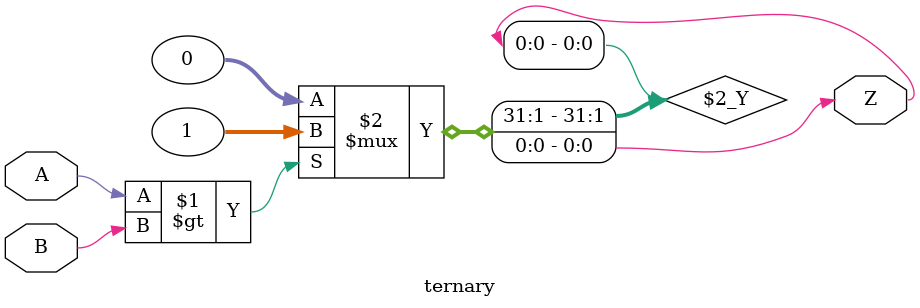
<source format=v>
module ternary(input A, input B, output Z);
  assign Z = A > B ? 1 : 0;
endmodule

</source>
